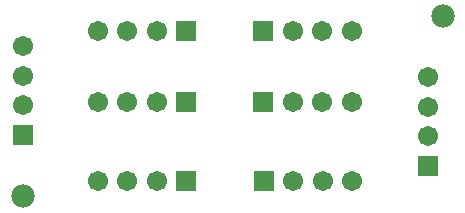
<source format=gbs>
G04*
G04 #@! TF.GenerationSoftware,Altium Limited,Altium Designer,20.0.11 (256)*
G04*
G04 Layer_Color=16711935*
%FSLAX43Y43*%
%MOMM*%
G71*
G01*
G75*
%ADD11R,1.703X1.703*%
%ADD12C,1.703*%
%ADD13R,1.703X1.703*%
%ADD14C,1.981*%
D11*
X17662Y3810D02*
D03*
X24210D02*
D03*
X24170Y10500D02*
D03*
Y16510D02*
D03*
X17662Y10500D02*
D03*
Y16510D02*
D03*
D12*
X15162Y3810D02*
D03*
X12662D02*
D03*
X10162D02*
D03*
X31710D02*
D03*
X29210D02*
D03*
X26710D02*
D03*
X26670Y10500D02*
D03*
X29170D02*
D03*
X31670D02*
D03*
Y16510D02*
D03*
X29170D02*
D03*
X26670D02*
D03*
X10162Y10500D02*
D03*
X12662D02*
D03*
X15162D02*
D03*
Y16510D02*
D03*
X12662D02*
D03*
X10162D02*
D03*
X3810Y15240D02*
D03*
Y12740D02*
D03*
Y10240D02*
D03*
X38100Y7620D02*
D03*
Y10120D02*
D03*
Y12620D02*
D03*
D13*
X3810Y7740D02*
D03*
X38100Y5120D02*
D03*
D14*
X39370Y17780D02*
D03*
X3810Y2540D02*
D03*
M02*

</source>
